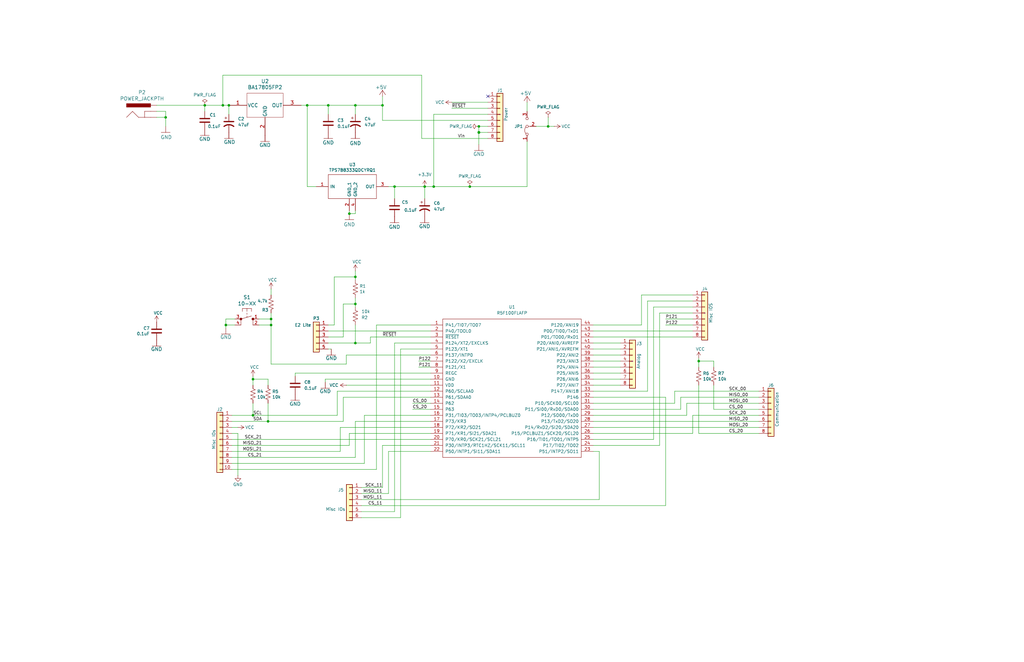
<source format=kicad_sch>
(kicad_sch (version 20231120) (generator "eeschema") (generator_version "8.0")
  (paper "B")
  (title_block (date "2025-01-17"))
  (lib_symbols
    (symbol "Connector_Generic:Conn_01x05" (pin_names (offset 1.016) hide)
      (property "Reference" "J" (at 0 7.62 0))
      (property "Value" "Conn_01x05" (at 0 -7.62 0))
      (symbol "Conn_01x05_1_1"
        (rectangle (start -1.27 -4.953) (end 0 -5.207) (stroke (width 0.1524)))
        (rectangle (start -1.27 -2.413) (end 0 -2.667) (stroke (width 0.1524)))
        (rectangle (start -1.27 0.127) (end 0 -0.127) (stroke (width 0.1524)))
        (rectangle (start -1.27 2.667) (end 0 2.413) (stroke (width 0.1524)))
        (rectangle (start -1.27 5.207) (end 0 4.953) (stroke (width 0.1524)))
        (rectangle (start -1.27 6.35) (end 1.27 -6.35) (stroke (width 0.254)) (fill (type background)))
        (pin passive line (at -5.08 5.08 0) (length 3.81) (name "Pin_1") (number "1"))
        (pin passive line (at -5.08 2.54 0) (length 3.81) (name "Pin_2") (number "2"))
        (pin passive line (at -5.08 0 0) (length 3.81) (name "Pin_3") (number "3"))
        (pin passive line (at -5.08 -2.54 0) (length 3.81) (name "Pin_4") (number "4"))
        (pin passive line (at -5.08 -5.08 0) (length 3.81) (name "Pin_5") (number "5"))
      )
    )
    (symbol "Connector_Generic:Conn_01x06" (pin_names (offset 1.016) hide)
      (property "Reference" "J" (at 0 7.62 0))
      (property "Value" "Conn_01x06" (at 0 -10.16 0))
      (symbol "Conn_01x06_1_1"
        (rectangle (start -1.27 -7.493) (end 0 -7.747) (stroke (width 0.1524)))
        (rectangle (start -1.27 -4.953) (end 0 -5.207) (stroke (width 0.1524)))
        (rectangle (start -1.27 -2.413) (end 0 -2.667) (stroke (width 0.1524)))
        (rectangle (start -1.27 0.127) (end 0 -0.127) (stroke (width 0.1524)))
        (rectangle (start -1.27 2.667) (end 0 2.413) (stroke (width 0.1524)))
        (rectangle (start -1.27 5.207) (end 0 4.953) (stroke (width 0.1524)))
        (rectangle (start -1.27 6.35) (end 1.27 -8.89) (stroke (width 0.254)) (fill (type background)))
        (pin passive line (at -5.08 5.08 0) (length 3.81) (name "Pin_1") (number "1"))
        (pin passive line (at -5.08 2.54 0) (length 3.81) (name "Pin_2") (number "2"))
        (pin passive line (at -5.08 0 0) (length 3.81) (name "Pin_3") (number "3"))
        (pin passive line (at -5.08 -2.54 0) (length 3.81) (name "Pin_4") (number "4"))
        (pin passive line (at -5.08 -5.08 0) (length 3.81) (name "Pin_5") (number "5"))
        (pin passive line (at -5.08 -7.62 0) (length 3.81) (name "Pin_6") (number "6"))
      )
    )
    (symbol "Connector_Generic:Conn_01x08" (pin_names (offset 1.016) hide)
      (property "Reference" "J" (at 0 10.16 0))
      (property "Value" "Conn_01x08" (at 0 -12.7 0))
      (symbol "Conn_01x08_1_1"
        (rectangle (start -1.27 -10.033) (end 0 -10.287) (stroke (width 0.1524)))
        (rectangle (start -1.27 -7.493) (end 0 -7.747) (stroke (width 0.1524)))
        (rectangle (start -1.27 -4.953) (end 0 -5.207) (stroke (width 0.1524)))
        (rectangle (start -1.27 -2.413) (end 0 -2.667) (stroke (width 0.1524)))
        (rectangle (start -1.27 0.127) (end 0 -0.127) (stroke (width 0.1524)))
        (rectangle (start -1.27 2.667) (end 0 2.413) (stroke (width 0.1524)))
        (rectangle (start -1.27 5.207) (end 0 4.953) (stroke (width 0.1524)))
        (rectangle (start -1.27 7.747) (end 0 7.493) (stroke (width 0.1524)))
        (rectangle (start -1.27 8.89) (end 1.27 -11.43) (stroke (width 0.254)) (fill (type background)))
        (pin passive line (at -5.08 7.62 0) (length 3.81) (name "Pin_1") (number "1"))
        (pin passive line (at -5.08 5.08 0) (length 3.81) (name "Pin_2") (number "2"))
        (pin passive line (at -5.08 2.54 0) (length 3.81) (name "Pin_3") (number "3"))
        (pin passive line (at -5.08 0 0) (length 3.81) (name "Pin_4") (number "4"))
        (pin passive line (at -5.08 -2.54 0) (length 3.81) (name "Pin_5") (number "5"))
        (pin passive line (at -5.08 -5.08 0) (length 3.81) (name "Pin_6") (number "6"))
        (pin passive line (at -5.08 -7.62 0) (length 3.81) (name "Pin_7") (number "7"))
        (pin passive line (at -5.08 -10.16 0) (length 3.81) (name "Pin_8") (number "8"))
      )
    )
    (symbol "Connector_Generic:Conn_01x10" (pin_names (offset 1.016) hide)
      (property "Reference" "J" (at 0 12.7 0))
      (property "Value" "Conn_01x10" (at 0 -15.24 0))
      (symbol "Conn_01x10_1_1"
        (rectangle (start -1.27 -12.573) (end 0 -12.827) (stroke (width 0.1524)))
        (rectangle (start -1.27 -10.033) (end 0 -10.287) (stroke (width 0.1524)))
        (rectangle (start -1.27 -7.493) (end 0 -7.747) (stroke (width 0.1524)))
        (rectangle (start -1.27 -4.953) (end 0 -5.207) (stroke (width 0.1524)))
        (rectangle (start -1.27 -2.413) (end 0 -2.667) (stroke (width 0.1524)))
        (rectangle (start -1.27 0.127) (end 0 -0.127) (stroke (width 0.1524)))
        (rectangle (start -1.27 2.667) (end 0 2.413) (stroke (width 0.1524)))
        (rectangle (start -1.27 5.207) (end 0 4.953) (stroke (width 0.1524)))
        (rectangle (start -1.27 7.747) (end 0 7.493) (stroke (width 0.1524)))
        (rectangle (start -1.27 10.287) (end 0 10.033) (stroke (width 0.1524)))
        (rectangle (start -1.27 11.43) (end 1.27 -13.97) (stroke (width 0.254)) (fill (type background)))
        (pin passive line (at -5.08 10.16 0) (length 3.81) (name "Pin_1") (number "1"))
        (pin passive line (at -5.08 -12.7 0) (length 3.81) (name "Pin_10") (number "10"))
        (pin passive line (at -5.08 7.62 0) (length 3.81) (name "Pin_2") (number "2"))
        (pin passive line (at -5.08 5.08 0) (length 3.81) (name "Pin_3") (number "3"))
        (pin passive line (at -5.08 2.54 0) (length 3.81) (name "Pin_4") (number "4"))
        (pin passive line (at -5.08 0 0) (length 3.81) (name "Pin_5") (number "5"))
        (pin passive line (at -5.08 -2.54 0) (length 3.81) (name "Pin_6") (number "6"))
        (pin passive line (at -5.08 -5.08 0) (length 3.81) (name "Pin_7") (number "7"))
        (pin passive line (at -5.08 -7.62 0) (length 3.81) (name "Pin_8") (number "8"))
        (pin passive line (at -5.08 -10.16 0) (length 3.81) (name "Pin_9") (number "9"))
      )
    )
    (symbol "Device:C" (pin_numbers hide) (pin_names (offset 0.254))
      (property "Reference" "C" (at 0.635 2.54 0))
      (property "Value" "C" (at 0.635 -2.54 0))
      (symbol "C_0_1"
        (polyline (pts (xy -2.032 -0.762) (xy 2.032 -0.762)) (stroke (width 0.508)))
        (polyline (pts (xy -2.032 0.762) (xy 2.032 0.762)) (stroke (width 0.508)))
      )
      (symbol "C_1_1"
        (pin passive line (at 0 3.81 270) (length 2.794) (name "~") (number "1"))
        (pin passive line (at 0 -3.81 90) (length 2.794) (name "~") (number "2"))
      )
    )
    (symbol "Device:C_Polarized_US" (pin_numbers hide) (pin_names (offset 0.254) hide)
      (property "Reference" "C" (at 0.635 2.54 0))
      (property "Value" "C_Polarized_US" (at 0.635 -2.54 0))
      (symbol "C_Polarized_US_0_1"
        (polyline (pts (xy -2.032 0.762) (xy 2.032 0.762)) (stroke (width 0.508)))
        (polyline (pts (xy -1.778 2.286) (xy -0.762 2.286)))
        (polyline (pts (xy -1.27 1.778) (xy -1.27 2.794)))
        (arc (start 2.032 -1.27) (mid 0 -0.5572) (end -2.032 -1.27) (stroke (width 0.508)))
      )
      (symbol "C_Polarized_US_1_1"
        (pin passive line (at 0 3.81 270) (length 2.794) (name "~") (number "1"))
        (pin passive line (at 0 -3.81 90) (length 3.302) (name "~") (number "2"))
      )
    )
    (symbol "Device:R_US" (pin_numbers hide) (pin_names (offset 0))
      (property "Reference" "R" (at 2.54 0 90))
      (property "Value" "R_US" (at -2.54 0 90))
      (symbol "R_US_0_1"
        (polyline (pts (xy 0 -2.286) (xy 0 -2.54)))
        (polyline (pts (xy 0 2.286) (xy 0 2.54)))
        (polyline (pts (xy 0 -0.762) (xy 1.016 -1.143) (xy 0 -1.524) (xy -1.016 -1.905) (xy 0 -2.286)))
        (polyline (pts (xy 0 0.762) (xy 1.016 0.381) (xy 0 0) (xy -1.016 -0.381) (xy 0 -0.762)))
        (polyline (pts (xy 0 2.286) (xy 1.016 1.905) (xy 0 1.524) (xy -1.016 1.143) (xy 0 0.762)))
      )
      (symbol "R_US_1_1"
        (pin passive line (at 0 3.81 270) (length 1.27) (name "~") (number "1"))
        (pin passive line (at 0 -3.81 90) (length 1.27) (name "~") (number "2"))
      )
    )
    (symbol "Jumper:Jumper_3_Bridged12" (pin_names (offset 0) hide) (exclude_from_sim yes) (in_bom no)
      (property "Reference" "JP" (at -2.54 -2.54 0))
      (property "Value" "Jumper_3_Bridged12" (at 0 2.794 0))
      (symbol "Jumper_3_Bridged12_0_0"
        (circle (center -3.302 0) (radius 0.508))
        (circle (center 0 0) (radius 0.508))
        (circle (center 3.302 0) (radius 0.508))
      )
      (symbol "Jumper_3_Bridged12_0_1"
        (arc (start -0.254 0.508) (mid -1.651 0.9912) (end -3.048 0.508))
        (polyline (pts (xy 0 -1.27) (xy 0 -0.508)))
      )
      (symbol "Jumper_3_Bridged12_1_1"
        (pin passive line (at -6.35 0 0) (length 2.54) (name "A") (number "1"))
        (pin passive line (at 0 -3.81 90) (length 2.54) (name "C") (number "2"))
        (pin passive line (at 6.35 0 180) (length 2.54) (name "B") (number "3"))
      )
    )
    (symbol "catu:+5V" (power) (pin_names (offset 1.016))
      (property "Value" "+5V" (at -2.54 -5.08 90))
      (symbol "+5V_1_0"
        (polyline (pts (xy 0 0) (xy -1.27 -1.905)))
        (polyline (pts (xy 1.27 -1.905) (xy 0 0)))
        (pin power_in line (at 0 -2.54 90) (length 2.54) (name "+5V") (number "1"))
      )
    )
    (symbol "catu:10-XX" (pin_names (offset 1.016))
      (property "Reference" "S" (at -6.35 -2.54 90))
      (property "Value" "10-XX" (at -3.81 3.175 90))
      (symbol "10-XX_1_0"
        (circle (center 0 -2.54) (radius 0.127) (stroke (width 0.4064)))
        (polyline (pts (xy -4.445 -1.905) (xy -3.175 -1.905)))
        (polyline (pts (xy -4.445 0) (xy -4.445 -1.905)))
        (polyline (pts (xy -4.445 0) (xy -3.175 0)))
        (polyline (pts (xy -4.445 1.905) (xy -4.445 0)))
        (polyline (pts (xy -4.445 1.905) (xy -3.175 1.905)))
        (polyline (pts (xy -2.54 0) (xy -1.905 0)))
        (polyline (pts (xy -1.27 0) (xy -0.635 0)))
        (polyline (pts (xy 0 -2.54) (xy -1.27 1.905)))
        (polyline (pts (xy 0 1.905) (xy 0 2.54)))
        (polyline (pts (xy 2.54 -2.54) (xy 0 -2.54)))
        (polyline (pts (xy 2.54 2.54) (xy 0 2.54)))
        (circle (center 0 2.54) (radius 0.127) (stroke (width 0.4064)))
        (pin passive line (at 0 5.08 270) (length 2.54) (name "S") (number "1"))
        (pin passive line (at 2.54 5.08 270) (length 2.54) (name "S1") (number "2"))
        (pin passive line (at 0 -5.08 90) (length 2.54) (name "P") (number "3"))
        (pin passive line (at 2.54 -5.08 90) (length 2.54) (name "P1") (number "4"))
      )
    )
    (symbol "catu:BA17805FP2" (pin_names (offset 0.254))
      (property "Reference" "U" (at 13.97 11.43 0))
      (property "Value" "BA17805FP2" (at 13.97 8.89 0))
      (symbol "BA17805FP2_1_1"
        (polyline (pts (xy 7.62 -5.08) (xy 22.86 -5.08)) (stroke (width 0.127)))
        (polyline (pts (xy 7.62 5.08) (xy 7.62 -5.08)) (stroke (width 0.127)))
        (polyline (pts (xy 22.86 -5.08) (xy 22.86 5.08)) (stroke (width 0.127)))
        (polyline (pts (xy 22.86 5.08) (xy 7.62 5.08)) (stroke (width 0.127)))
        (pin power_in line (at 0 0 0) (length 7.62) (name "VCC") (number "1"))
        (pin power_in line (at 15.24 -12.7 90) (length 7.62) (name "GND") (number "2"))
        (pin power_out line (at 30.48 0 180) (length 7.62) (name "OUT") (number "3"))
      )
    )
    (symbol "catu:GND" (power) (pin_names (offset 1.016))
      (property "Value" "GND" (at -2.54 -2.54 0))
      (symbol "GND_1_0"
        (polyline (pts (xy -1.905 0) (xy 1.905 0)))
        (pin power_in line (at 0 2.54 270) (length 2.54) (name "GND") (number "1"))
      )
    )
    (symbol "catu:POWER_JACKPTH" (pin_names (offset 1.016))
      (property "Reference" "J" (at -10.16 0 0))
      (property "Value" "POWER_JACKPTH" (at -10.16 10.16 0))
      (symbol "POWER_JACKPTH_1_0"
        (rectangle (start -10.16 6.858) (end 0 8.382) (fill (type outline)))
        (polyline (pts (xy -10.16 2.54) (xy -7.62 5.08)))
        (polyline (pts (xy -7.62 5.08) (xy -5.08 2.54)))
        (polyline (pts (xy -5.08 2.54) (xy -2.54 2.54)))
        (polyline (pts (xy -2.54 2.54) (xy -2.54 5.08)))
        (polyline (pts (xy -2.54 2.54) (xy 0 2.54)))
        (polyline (pts (xy -2.54 5.08) (xy 0 5.08)))
        (pin passive line (at 2.54 2.54 180) (length 2.54) (name "GND") (number "GND"))
        (pin passive line (at 2.54 5.08 180) (length 2.54) (name "GNDBREAK") (number "GNDBREAK"))
        (pin passive line (at 2.54 7.62 180) (length 2.54) (name "PWR") (number "PWR"))
      )
    )
    (symbol "catu:R5F100FLAFP" (pin_names (offset 1.016))
      (property "Reference" "U" (at 15.875 29.845 0))
      (property "Value" "R5F100FLAFP" (at 1.905 29.845 0))
      (symbol "R5F100FLAFP_1_1"
        (polyline (pts (xy -29.21 27.94) (xy 29.21 27.94) (xy 29.21 -30.48) (xy -29.21 -30.48) (xy -29.21 27.94)) (stroke (width 0.1524)))
        (pin passive line (at -34.29 25.4 0) (length 5.08) (name "P41/TI07/TO07") (number "1"))
        (pin power_in line (at -34.29 2.54 0) (length 5.08) (name "GND") (number "10"))
        (pin power_in line (at -34.29 0 0) (length 5.08) (name "VDD") (number "11"))
        (pin passive line (at -34.29 -2.54 0) (length 5.08) (name "P60/SCLAA0") (number "12"))
        (pin passive line (at -34.29 -5.08 0) (length 5.08) (name "P61/SDAA0") (number "13"))
        (pin passive line (at -34.29 -7.62 0) (length 5.08) (name "P62") (number "14"))
        (pin passive line (at -34.29 -10.16 0) (length 5.08) (name "P63") (number "15"))
        (pin passive line (at -34.29 -12.7 0) (length 5.08) (name "P31/TI03/TO03/INTP4/PCLBUZ0") (number "16"))
        (pin passive line (at -34.29 -15.24 0) (length 5.08) (name "P73/KR3") (number "17"))
        (pin passive line (at -34.29 -17.78 0) (length 5.08) (name "P72/KR2/SO21") (number "18"))
        (pin passive line (at -34.29 -20.32 0) (length 5.08) (name "P71/KR1/SI21/SDA21") (number "19"))
        (pin passive line (at -34.29 22.86 0) (length 5.08) (name "P40/TOOL0") (number "2"))
        (pin passive line (at -34.29 -22.86 0) (length 5.08) (name "P70/KR0/SCK21/SCL21") (number "20"))
        (pin passive line (at -34.29 -25.4 0) (length 5.08) (name "P30/INTP3/RTC1HZ/SCK11/SCL11") (number "21"))
        (pin passive line (at -34.29 -27.94 0) (length 5.08) (name "P50/INTP1/SI11/SDA11") (number "22"))
        (pin passive line (at 34.29 -27.94 180) (length 5.08) (name "P51/INTP2/SO11") (number "23"))
        (pin passive line (at 34.29 -25.4 180) (length 5.08) (name "P17/TI02/TO02") (number "24"))
        (pin passive line (at 34.29 -22.86 180) (length 5.08) (name "P16/TI01/TO01/INTP5") (number "25"))
        (pin passive line (at 34.29 -20.32 180) (length 5.08) (name "P15/PCLBUZ1/SCK20/SCL20") (number "26"))
        (pin passive line (at 34.29 -17.78 180) (length 5.08) (name "P14/RxD2/SI20/SDA20") (number "27"))
        (pin passive line (at 34.29 -15.24 180) (length 5.08) (name "P13/TxD2/SO20") (number "28"))
        (pin passive line (at 34.29 -12.7 180) (length 5.08) (name "P12/SO00/TxD0") (number "29"))
        (pin passive line (at -34.29 20.32 0) (length 5.08) (name "~{RESET}") (number "3"))
        (pin passive line (at 34.29 -10.16 180) (length 5.08) (name "P11/SI00/RxD0/SDA00") (number "30"))
        (pin passive line (at 34.29 -7.62 180) (length 5.08) (name "P10/SCK00/SCL00") (number "31"))
        (pin passive line (at 34.29 -5.08 180) (length 5.08) (name "P146") (number "32"))
        (pin passive line (at 34.29 -2.54 180) (length 5.08) (name "P147/ANI18") (number "33"))
        (pin passive line (at 34.29 0 180) (length 5.08) (name "P27/ANI7") (number "34"))
        (pin passive line (at 34.29 2.54 180) (length 5.08) (name "P26/ANI6") (number "35"))
        (pin passive line (at 34.29 5.08 180) (length 5.08) (name "P25/ANI5") (number "36"))
        (pin passive line (at 34.29 7.62 180) (length 5.08) (name "P24/ANI4") (number "37"))
        (pin passive line (at 34.29 10.16 180) (length 5.08) (name "P23/ANI3") (number "38"))
        (pin passive line (at 34.29 12.7 180) (length 5.08) (name "P22/ANI2") (number "39"))
        (pin input line (at -34.29 17.78 0) (length 5.08) (name "P124/XT2/EXCLKS") (number "4"))
        (pin passive line (at 34.29 15.24 180) (length 5.08) (name "P21/ANI1/AVREFM") (number "40"))
        (pin passive line (at 34.29 17.78 180) (length 5.08) (name "P20/ANI0/AVREFP") (number "41"))
        (pin passive line (at 34.29 20.32 180) (length 5.08) (name "P01/TO00/RxD1") (number "42"))
        (pin passive line (at 34.29 22.86 180) (length 5.08) (name "P00/TI00/TxD1") (number "43"))
        (pin passive line (at 34.29 25.4 180) (length 5.08) (name "P120/ANI19") (number "44"))
        (pin input line (at -34.29 15.24 0) (length 5.08) (name "P123/XT1") (number "5"))
        (pin input line (at -34.29 12.7 0) (length 5.08) (name "P137/INTP0") (number "6"))
        (pin input line (at -34.29 10.16 0) (length 5.08) (name "P122/X2/EXCLK") (number "7"))
        (pin input line (at -34.29 7.62 0) (length 5.08) (name "P121/X1") (number "8"))
        (pin passive line (at -34.29 5.08 0) (length 5.08) (name "REGC") (number "9"))
      )
    )
    (symbol "catu:TPS7B8333QDCYRQ1" (pin_names (offset 0.762))
      (property "Reference" "IC" (at 8.89 7.62 0))
      (property "Value" "TPS7B8333QDCYRQ1" (at 5.08 5.715 0))
      (symbol "TPS7B8333QDCYRQ1_0_0"
        (pin passive line (at 0 -2.54 0) (length 5.08) (name "IN") (number "1"))
        (pin passive line (at 13.97 -12.7 90) (length 5.08) (name "GND_1") (number "2"))
        (pin passive line (at 30.48 -2.54 180) (length 5.08) (name "OUT") (number "3"))
        (pin passive line (at 16.51 -12.7 90) (length 5.08) (name "GND_2") (number "4"))
      )
      (symbol "TPS7B8333QDCYRQ1_0_1"
        (polyline (pts (xy 5.08 2.54) (xy 25.4 2.54) (xy 25.4 -7.62) (xy 5.08 -7.62) (xy 5.08 2.54)) (stroke (width 0.1524)))
      )
    )
    (symbol "power:+3.3V" (power) (pin_numbers hide) (pin_names (offset 0) hide)
      (property "Value" "+3.3V" (at 0 3.556 0))
      (symbol "+3.3V_0_1"
        (polyline (pts (xy -0.762 1.27) (xy 0 2.54)))
        (polyline (pts (xy 0 0) (xy 0 2.54)))
        (polyline (pts (xy 0 2.54) (xy 0.762 1.27)))
      )
      (symbol "+3.3V_1_1"
        (pin power_in line (at 0 0 90) (length 0) (name "~") (number "1"))
      )
    )
    (symbol "power:GND" (power) (pin_numbers hide) (pin_names (offset 0) hide)
      (property "Value" "GND" (at 0 -3.81 0))
      (symbol "GND_0_1"
        (polyline (pts (xy 0 0) (xy 0 -1.27) (xy 1.27 -1.27) (xy 0 -2.54) (xy -1.27 -1.27) (xy 0 -1.27)))
      )
      (symbol "GND_1_1"
        (pin power_in line (at 0 0 270) (length 0) (name "~") (number "1"))
      )
    )
    (symbol "power:PWR_FLAG" (power) (pin_numbers hide) (pin_names (offset 0) hide)
      (property "Value" "PWR_FLAG" (at 0 3.81 0))
      (symbol "PWR_FLAG_0_0"
        (pin power_out line (at 0 0 90) (length 0) (name "~") (number "1"))
      )
      (symbol "PWR_FLAG_0_1"
        (polyline (pts (xy 0 0) (xy 0 1.27) (xy -1.016 1.905) (xy 0 2.54) (xy 1.016 1.905) (xy 0 1.27)))
      )
    )
    (symbol "power:VCC" (power) (pin_numbers hide) (pin_names (offset 0) hide)
      (property "Value" "VCC" (at 0 3.556 0))
      (symbol "VCC_0_1"
        (polyline (pts (xy -0.762 1.27) (xy 0 2.54)))
        (polyline (pts (xy 0 0) (xy 0 2.54)))
        (polyline (pts (xy 0 2.54) (xy 0.762 1.27)))
      )
      (symbol "VCC_1_1"
        (pin power_in line (at 0 0 90) (length 0) (name "~") (number "1"))
      )
    )
  )
  (junction (at 149.86 144.78))
  (junction (at 86.36 44.45))
  (junction (at 147.32 90.17))
  (junction (at 113.03 177.8))
  (junction (at 198.12 78.74))
  (junction (at 179.07 78.74))
  (junction (at 201.93 55.88) (diameter 1.016))
  (junction (at 201.93 53.34))
  (junction (at 166.37 78.74))
  (junction (at 95.25 137.16))
  (junction (at 106.68 160.02))
  (junction (at 149.86 116.84))
  (junction (at 93.98 44.45))
  (junction (at 231.14 53.34))
  (junction (at 138.43 44.45))
  (junction (at 129.54 44.45))
  (junction (at 149.86 44.45))
  (junction (at 114.3 134.62))
  (junction (at 114.3 137.16))
  (junction (at 294.64 152.4))
  (junction (at 182.88 78.74))
  (junction (at 69.85 49.53))
  (junction (at 149.86 128.27))
  (junction (at 96.52 44.45))
  (junction (at 161.29 44.45))
  (junction (at 106.68 175.26))
  (no_connect (at 205.74 40.64))
  (wire (pts (xy 66.04 44.45) (xy 86.36 44.45)))
  (wire (pts (xy 190.5 45.72) (xy 205.74 45.72)))
  (wire (pts (xy 95.25 134.62) (xy 99.06 134.62)))
  (wire (pts (xy 173.99 170.18) (xy 181.61 170.18)))
  (wire (pts (xy 139.7 147.32) (xy 138.43 147.32)))
  (wire (pts (xy 294.64 162.56) (xy 294.64 182.88)))
  (wire (pts (xy 97.79 193.04) (xy 149.86 193.04)))
  (wire (pts (xy 250.19 187.96) (xy 278.13 187.96)))
  (wire (pts (xy 152.4 205.74) (xy 161.29 205.74)))
  (wire (pts (xy 250.19 182.88) (xy 292.1 182.88)))
  (wire (pts (xy 69.85 49.53) (xy 69.85 53.34)))
  (wire (pts (xy 261.62 149.86) (xy 250.19 149.86)))
  (wire (pts (xy 261.62 152.4) (xy 250.19 152.4)))
  (wire (pts (xy 198.12 78.74) (xy 222.25 78.74)))
  (wire (pts (xy 250.19 137.16) (xy 270.51 137.16)))
  (wire (pts (xy 146.05 162.56) (xy 181.61 162.56)))
  (wire (pts (xy 142.24 175.26) (xy 142.24 165.1)))
  (wire (pts (xy 149.86 144.78) (xy 156.21 144.78)))
  (wire (pts (xy 250.19 177.8) (xy 320.04 177.8)))
  (wire (pts (xy 250.19 139.7) (xy 292.1 139.7)))
  (wire (pts (xy 163.83 208.28) (xy 163.83 190.5)))
  (wire (pts (xy 222.25 43.18) (xy 222.25 46.99)))
  (wire (pts (xy 287.02 167.64) (xy 320.04 167.64)))
  (wire (pts (xy 168.91 147.32) (xy 181.61 147.32)))
  (wire (pts (xy 292.1 182.88) (xy 292.1 175.26)))
  (wire (pts (xy 69.85 46.99) (xy 69.85 49.53)))
  (wire (pts (xy 144.78 142.24) (xy 144.78 128.27)))
  (wire (pts (xy 177.8 31.75) (xy 177.8 58.42)))
  (wire (pts (xy 250.19 185.42) (xy 275.59 185.42)))
  (wire (pts (xy 146.05 149.86) (xy 181.61 149.86)))
  (wire (pts (xy 129.54 78.74) (xy 129.54 44.45)))
  (wire (pts (xy 275.59 129.54) (xy 292.1 129.54)))
  (wire (pts (xy 278.13 132.08) (xy 292.1 132.08)))
  (wire (pts (xy 250.19 180.34) (xy 320.04 180.34)))
  (wire (pts (xy 261.62 160.02) (xy 250.19 160.02)))
  (wire (pts (xy 280.67 137.16) (xy 292.1 137.16)))
  (wire (pts (xy 166.37 215.9) (xy 166.37 144.78)))
  (wire (pts (xy 179.07 83.82) (xy 179.07 78.74)))
  (wire (pts (xy 140.97 116.84) (xy 140.97 137.16)))
  (wire (pts (xy 163.83 190.5) (xy 181.61 190.5)))
  (wire (pts (xy 300.99 172.72) (xy 320.04 172.72)))
  (wire (pts (xy 143.51 180.34) (xy 181.61 180.34)))
  (wire (pts (xy 106.68 160.02) (xy 113.03 160.02)))
  (wire (pts (xy 182.88 48.26) (xy 205.74 48.26)))
  (wire (pts (xy 289.56 170.18) (xy 320.04 170.18)))
  (wire (pts (xy 252.73 210.82) (xy 252.73 190.5)))
  (wire (pts (xy 300.99 152.4) (xy 300.99 154.94)))
  (wire (pts (xy 137.16 160.02) (xy 181.61 160.02)))
  (wire (pts (xy 168.91 218.44) (xy 168.91 147.32)))
  (wire (pts (xy 138.43 44.45) (xy 149.86 44.45)))
  (wire (pts (xy 273.05 165.1) (xy 273.05 127)))
  (wire (pts (xy 66.04 49.53) (xy 69.85 49.53)))
  (wire (pts (xy 161.29 50.8) (xy 205.74 50.8)))
  (wire (pts (xy 97.79 187.96) (xy 147.32 187.96)))
  (wire (pts (xy 124.46 157.48) (xy 181.61 157.48)))
  (wire (pts (xy 114.3 132.08) (xy 114.3 134.62)))
  (wire (pts (xy 106.68 170.18) (xy 106.68 175.26)))
  (wire (pts (xy 97.79 195.58) (xy 153.67 195.58)))
  (wire (pts (xy 106.68 160.02) (xy 106.68 162.56)))
  (wire (pts (xy 114.3 153.67) (xy 146.05 153.67)))
  (wire (pts (xy 275.59 185.42) (xy 275.59 129.54)))
  (wire (pts (xy 270.51 124.46) (xy 292.1 124.46)))
  (wire (pts (xy 149.86 177.8) (xy 181.61 177.8)))
  (wire (pts (xy 179.07 78.74) (xy 182.88 78.74)))
  (wire (pts (xy 114.3 137.16) (xy 114.3 153.67)))
  (wire (pts (xy 250.19 172.72) (xy 287.02 172.72)))
  (wire (pts (xy 231.14 49.53) (xy 231.14 53.34)))
  (wire (pts (xy 182.88 78.74) (xy 198.12 78.74)))
  (wire (pts (xy 201.93 53.34) (xy 201.93 55.88)))
  (wire (pts (xy 250.19 165.1) (xy 273.05 165.1)))
  (wire (pts (xy 109.22 134.62) (xy 114.3 134.62)))
  (wire (pts (xy 250.19 175.26) (xy 289.56 175.26)))
  (wire (pts (xy 153.67 195.58) (xy 153.67 175.26)))
  (wire (pts (xy 300.99 162.56) (xy 300.99 172.72)))
  (wire (pts (xy 152.4 208.28) (xy 163.83 208.28)))
  (wire (pts (xy 149.86 116.84) (xy 149.86 118.11)))
  (wire (pts (xy 182.88 48.26) (xy 182.88 78.74)))
  (wire (pts (xy 106.68 158.75) (xy 106.68 160.02)))
  (wire (pts (xy 153.67 175.26) (xy 181.61 175.26)))
  (wire (pts (xy 294.64 152.4) (xy 294.64 154.94)))
  (wire (pts (xy 149.86 90.17) (xy 149.86 88.9)))
  (wire (pts (xy 280.67 213.36) (xy 280.67 167.64)))
  (wire (pts (xy 287.02 172.72) (xy 287.02 167.64)))
  (wire (pts (xy 205.74 55.88) (xy 201.93 55.88)))
  (wire (pts (xy 177.8 58.42) (xy 205.74 58.42)))
  (wire (pts (xy 100.33 182.88) (xy 100.33 200.66)))
  (wire (pts (xy 97.79 175.26) (xy 106.68 175.26)))
  (wire (pts (xy 273.05 127) (xy 292.1 127)))
  (wire (pts (xy 127 44.45) (xy 129.54 44.45)))
  (wire (pts (xy 138.43 144.78) (xy 149.86 144.78)))
  (wire (pts (xy 161.29 50.8) (xy 161.29 44.45)))
  (wire (pts (xy 97.79 180.34) (xy 100.33 180.34)))
  (wire (pts (xy 109.22 137.16) (xy 114.3 137.16)))
  (wire (pts (xy 97.79 177.8) (xy 113.03 177.8)))
  (wire (pts (xy 66.04 46.99) (xy 69.85 46.99)))
  (wire (pts (xy 149.86 114.3) (xy 149.86 116.84)))
  (wire (pts (xy 137.16 160.02) (xy 137.16 161.29)))
  (wire (pts (xy 280.67 134.62) (xy 292.1 134.62)))
  (wire (pts (xy 152.4 213.36) (xy 280.67 213.36)))
  (wire (pts (xy 149.86 48.26) (xy 149.86 44.45)))
  (wire (pts (xy 138.43 139.7) (xy 181.61 139.7)))
  (wire (pts (xy 261.62 147.32) (xy 250.19 147.32)))
  (wire (pts (xy 176.53 152.4) (xy 181.61 152.4)))
  (wire (pts (xy 284.48 165.1) (xy 320.04 165.1)))
  (wire (pts (xy 201.93 55.88) (xy 201.93 60.96)))
  (wire (pts (xy 133.35 78.74) (xy 129.54 78.74)))
  (wire (pts (xy 231.14 53.34) (xy 226.06 53.34)))
  (wire (pts (xy 294.64 151.13) (xy 294.64 152.4)))
  (wire (pts (xy 294.64 182.88) (xy 320.04 182.88)))
  (wire (pts (xy 252.73 190.5) (xy 250.19 190.5)))
  (wire (pts (xy 138.43 48.26) (xy 138.43 44.45)))
  (wire (pts (xy 144.78 128.27) (xy 149.86 128.27)))
  (wire (pts (xy 261.62 162.56) (xy 250.19 162.56)))
  (wire (pts (xy 261.62 144.78) (xy 250.19 144.78)))
  (wire (pts (xy 163.83 78.74) (xy 166.37 78.74)))
  (wire (pts (xy 250.19 170.18) (xy 284.48 170.18)))
  (wire (pts (xy 144.78 167.64) (xy 181.61 167.64)))
  (wire (pts (xy 95.25 137.16) (xy 95.25 138.43)))
  (wire (pts (xy 95.25 134.62) (xy 95.25 137.16)))
  (wire (pts (xy 149.86 128.27) (xy 149.86 129.54)))
  (wire (pts (xy 147.32 182.88) (xy 147.32 187.96)))
  (wire (pts (xy 86.36 44.45) (xy 93.98 44.45)))
  (wire (pts (xy 166.37 83.82) (xy 166.37 78.74)))
  (wire (pts (xy 161.29 40.64) (xy 161.29 44.45)))
  (wire (pts (xy 97.79 185.42) (xy 181.61 185.42)))
  (wire (pts (xy 86.36 44.45) (xy 86.36 46.99)))
  (wire (pts (xy 124.46 157.48) (xy 124.46 158.75)))
  (wire (pts (xy 113.03 170.18) (xy 113.03 177.8)))
  (wire (pts (xy 261.62 154.94) (xy 250.19 154.94)))
  (wire (pts (xy 97.79 182.88) (xy 100.33 182.88)))
  (wire (pts (xy 114.3 121.92) (xy 114.3 124.46)))
  (wire (pts (xy 173.99 172.72) (xy 181.61 172.72)))
  (wire (pts (xy 158.75 137.16) (xy 181.61 137.16)))
  (wire (pts (xy 149.86 44.45) (xy 161.29 44.45)))
  (wire (pts (xy 161.29 205.74) (xy 161.29 187.96)))
  (wire (pts (xy 143.51 190.5) (xy 143.51 180.34)))
  (wire (pts (xy 147.32 88.9) (xy 147.32 90.17)))
  (wire (pts (xy 166.37 144.78) (xy 181.61 144.78)))
  (wire (pts (xy 97.79 190.5) (xy 143.51 190.5)))
  (wire (pts (xy 156.21 142.24) (xy 181.61 142.24)))
  (wire (pts (xy 113.03 177.8) (xy 144.78 177.8)))
  (wire (pts (xy 114.3 137.16) (xy 114.3 134.62)))
  (wire (pts (xy 284.48 170.18) (xy 284.48 165.1)))
  (wire (pts (xy 152.4 215.9) (xy 166.37 215.9)))
  (wire (pts (xy 147.32 90.17) (xy 149.86 90.17)))
  (wire (pts (xy 93.98 44.45) (xy 96.52 44.45)))
  (wire (pts (xy 261.62 157.48) (xy 250.19 157.48)))
  (wire (pts (xy 166.37 78.74) (xy 179.07 78.74)))
  (wire (pts (xy 161.29 187.96) (xy 181.61 187.96)))
  (wire (pts (xy 292.1 175.26) (xy 320.04 175.26)))
  (wire (pts (xy 149.86 144.78) (xy 149.86 137.16)))
  (wire (pts (xy 95.25 137.16) (xy 99.06 137.16)))
  (wire (pts (xy 270.51 137.16) (xy 270.51 124.46)))
  (wire (pts (xy 93.98 44.45) (xy 93.98 31.75)))
  (wire (pts (xy 289.56 175.26) (xy 289.56 170.18)))
  (wire (pts (xy 140.97 116.84) (xy 149.86 116.84)))
  (wire (pts (xy 113.03 160.02) (xy 113.03 162.56)))
  (wire (pts (xy 138.43 142.24) (xy 144.78 142.24)))
  (wire (pts (xy 140.97 137.16) (xy 138.43 137.16)))
  (wire (pts (xy 106.68 175.26) (xy 142.24 175.26)))
  (wire (pts (xy 152.4 210.82) (xy 252.73 210.82)))
  (wire (pts (xy 278.13 187.96) (xy 278.13 132.08)))
  (wire (pts (xy 93.98 31.75) (xy 177.8 31.75)))
  (wire (pts (xy 146.05 149.86) (xy 146.05 153.67)))
  (wire (pts (xy 294.64 152.4) (xy 300.99 152.4)))
  (wire (pts (xy 205.74 53.34) (xy 201.93 53.34)))
  (wire (pts (xy 149.86 193.04) (xy 149.86 177.8)))
  (wire (pts (xy 149.86 125.73) (xy 149.86 128.27)))
  (wire (pts (xy 250.19 142.24) (xy 292.1 142.24)))
  (wire (pts (xy 152.4 218.44) (xy 168.91 218.44)))
  (wire (pts (xy 147.32 182.88) (xy 181.61 182.88)))
  (wire (pts (xy 190.5 43.18) (xy 205.74 43.18)))
  (wire (pts (xy 129.54 44.45) (xy 138.43 44.45)))
  (wire (pts (xy 233.68 53.34) (xy 231.14 53.34)))
  (wire (pts (xy 96.52 44.45) (xy 96.52 48.26)))
  (wire (pts (xy 144.78 177.8) (xy 144.78 167.64)))
  (wire (pts (xy 142.24 165.1) (xy 181.61 165.1)))
  (wire (pts (xy 176.53 154.94) (xy 181.61 154.94)))
  (wire (pts (xy 156.21 142.24) (xy 156.21 144.78)))
  (wire (pts (xy 222.25 59.69) (xy 222.25 78.74)))
  (wire (pts (xy 250.19 167.64) (xy 280.67 167.64)))
  (wire (pts (xy 158.75 198.12) (xy 158.75 137.16)))
  (wire (pts (xy 97.79 198.12) (xy 158.75 198.12)))
  (label "CS_00" (at 173.99 170.18 0))
  (label "~{RESET}" (at 161.29 142.24 0))
  (label "SCK_11" (at 161.29 205.74 180))
  (label "MISO_00" (at 307.34 167.64 0))
  (label "SCK_21" (at 110.49 185.42 180))
  (label "MISO_21" (at 110.49 187.96 180))
  (label "SCK_20" (at 307.34 175.26 0))
  (label "SCK_00" (at 307.34 165.1 0))
  (label "CS_20" (at 173.99 172.72 0))
  (label "CS_21" (at 110.49 193.04 180))
  (label "~{RESET}" (at 190.5 45.72 0))
  (label "P121" (at 176.53 154.94 0))
  (label "MISO_11" (at 161.29 208.28 180))
  (label "CS_11" (at 161.29 213.36 180))
  (label "MOSI_00" (at 307.34 170.18 0))
  (label "P121" (at 280.67 134.62 0))
  (label "SDA" (at 110.49 177.8 180))
  (label "MOSI_21" (at 110.49 190.5 180))
  (label "Vin" (at 193.04 58.42 0))
  (label "P122" (at 280.67 137.16 0))
  (label "MOSI_11" (at 161.29 210.82 180))
  (label "CS_00" (at 307.34 172.72 0))
  (label "CS_20" (at 307.34 182.88 0))
  (label "SCL" (at 110.49 175.26 180))
  (label "MISO_20" (at 307.34 177.8 0))
  (label "MOSI_20" (at 307.34 180.34 0))
  (label "P122" (at 176.53 152.4 0))
  (symbol (lib_id "Connector_Generic:Conn_01x10") (at 92.71 185.42 0) (mirror y) (unit 1)
    (property "Reference" "J2" (at 92.71 172.72 0))
    (property "Value" "Misc IOs" (at 90.17 185.42 90))
    (property "Footprint" "Connector_PinSocket_2.54mm:PinSocket_1x10_P2.54mm_Vertical" (effects (hide yes)))
    (property "Datasheet" "~" (at 92.71 185.42 0))
    (property "Description" "Generic connector, single row, 01x10, script generated (kicad-library-utils/schlib/autogen/connector/)" (effects (hide yes)))
  )
  (symbol (lib_id "power:GND") (at 100.33 200.66 0) (unit 1)
    (property "Reference" "#PWR02" (effects (hide yes)))
    (property "Value" "GND" (at 100.33 204.47 0))
    (property "Description" "Power symbol creates a global label with name \"GND\" , ground" (effects (hide yes)))
  )
  (symbol (lib_id "Connector_Generic:Conn_01x08") (at 266.7 152.4 0) (unit 1)
    (property "Reference" "J3" (at 269.494 145.034 0))
    (property "Value" "Analog" (at 269.24 152.4 90))
    (property "Footprint" "Connector_PinSocket_2.54mm:PinSocket_1x08_P2.54mm_Vertical" (effects (hide yes)))
    (property "Datasheet" "~" (at 266.7 152.4 0))
    (property "Description" "Generic connector, single row, 01x08, script generated (kicad-library-utils/schlib/autogen/connector/)" (effects (hide yes)))
  )
  (symbol (lib_id "Connector_Generic:Conn_01x08") (at 297.18 132.08 0) (unit 1)
    (property "Reference" "J4" (at 297.18 121.92 0))
    (property "Value" "Misc IOS" (at 299.72 132.08 90))
    (property "Footprint" "Connector_PinSocket_2.54mm:PinSocket_1x08_P2.54mm_Vertical" (effects (hide yes)))
    (property "Datasheet" "~" (at 297.18 132.08 0))
    (property "Description" "Generic connector, single row, 01x08, script generated (kicad-library-utils/schlib/autogen/connector/)" (effects (hide yes)))
  )
  (symbol (lib_id "Connector_Generic:Conn_01x08") (at 325.12 172.72 0) (unit 1)
    (property "Reference" "J6" (at 325.12 162.56 0))
    (property "Value" "Communication" (at 327.66 172.72 90))
    (property "Footprint" "Connector_PinSocket_2.54mm:PinSocket_1x08_P2.54mm_Vertical" (effects (hide yes)))
    (property "Datasheet" "~" (at 325.12 172.72 0))
    (property "Description" "Generic connector, single row, 01x08, script generated (kicad-library-utils/schlib/autogen/connector/)" (effects (hide yes)))
  )
  (symbol (lib_id "Device:C") (at 124.46 162.56 0) (unit 1)
    (property "Reference" "C8" (at 128.27 161.2899 0) (effects (justify left)))
    (property "Value" "0.1uF" (at 128.27 163.8299 0) (effects (justify left)))
    (property "Footprint" "Capacitor_SMD:C_0805_2012Metric_Pad1.18x1.45mm_HandSolder" (effects (hide yes)))
    (property "Description" "Unpolarized capacitor" (effects (hide yes)))
  )
  (symbol (lib_id "catu:GND") (at 138.43 58.42 0) (unit 1)
    (property "Reference" "#GND015" (effects (hide yes)))
    (property "Value" "GND" (at 138.43 60.198 0) (effects (font (size 1.4986 1.4986))))
  )
  (symbol (lib_id "Device:R_US") (at 113.03 166.37 0) (unit 1)
    (property "Reference" "R5" (at 114.7572 165.2016 0) (effects (justify left)))
    (property "Value" "10k" (at 114.7572 167.513 0) (effects (justify left)))
    (property "Footprint" "Resistor_SMD:R_0805_2012Metric" (effects (hide yes)))
    (property "Description" "Resistor, US symbol" (effects (hide yes)))
  )
  (symbol (lib_id "power:VCC") (at 66.04 135.89 0) (unit 1)
    (property "Reference" "#PWR01" (effects (hide yes)))
    (property "Value" "VCC" (at 64.77 132.08 0) (effects (justify left)))
    (property "Description" "Power symbol creates a global label with name \"VCC\"" (effects (hide yes)))
  )
  (symbol (lib_id "Device:R_US") (at 106.68 166.37 0) (unit 1)
    (property "Reference" "R4" (at 108.4072 165.2016 0) (effects (justify left)))
    (property "Value" "10k" (at 108.4072 167.513 0) (effects (justify left)))
    (property "Footprint" "Resistor_SMD:R_0805_2012Metric" (effects (hide yes)))
    (property "Description" "Resistor, US symbol" (effects (hide yes)))
  )
  (symbol (lib_id "Device:C_Polarized_US") (at 149.86 52.07 0) (unit 1)
    (property "Reference" "C4" (at 153.67 50.1649 0) (effects (justify left)))
    (property "Value" "47uF" (at 153.67 52.7049 0) (effects (justify left)))
    (property "Footprint" "Capacitor_THT:CP_Radial_D6.3mm_P2.50mm" (effects (hide yes)))
    (property "Description" "Polarized capacitor, US symbol" (effects (hide yes)))
  )
  (symbol (lib_id "power:VCC") (at 233.68 53.34 270) (unit 1)
    (property "Reference" "#PWR07" (effects (hide yes)))
    (property "Value" "VCC" (at 236.728 53.34 90) (effects (justify left)))
    (property "Description" "Power symbol creates a global label with name \"VCC\"" (effects (hide yes)))
  )
  (symbol (lib_id "Connector_Generic:Conn_01x08") (at 210.82 48.26 0) (unit 1)
    (property "Reference" "J1" (at 210.82 38.1 0))
    (property "Value" "Power" (at 213.36 48.26 90))
    (property "Footprint" "Connector_PinSocket_2.54mm:PinSocket_1x08_P2.54mm_Vertical" (effects (hide yes)))
    (property "Datasheet" "~" (at 210.82 48.26 0))
    (property "Description" "Generic connector, single row, 01x08, script generated (kicad-library-utils/schlib/autogen/connector/)" (effects (hide yes)))
  )
  (symbol (lib_id "catu:GND") (at 66.04 146.05 0) (mirror y) (unit 1)
    (property "Reference" "#GND02" (effects (hide yes)))
    (property "Value" "GND" (at 66.04 147.32 0) (effects (font (size 1.4986 1.4986))))
  )
  (symbol (lib_id "Device:R_US") (at 114.3 128.27 0) (mirror x) (unit 1)
    (property "Reference" "R3" (at 110.49 130.81 0) (effects (justify left)))
    (property "Value" "4.7k" (at 108.585 127 0) (effects (justify left)))
    (property "Footprint" "Resistor_SMD:R_0805_2012Metric_Pad1.20x1.40mm_HandSolder" (effects (hide yes)))
    (property "Description" "Resistor, US symbol" (effects (hide yes)))
  )
  (symbol (lib_id "power:VCC") (at 100.33 180.34 270) (unit 1)
    (property "Reference" "#PWR08" (effects (hide yes)))
    (property "Value" "VCC" (at 103.378 180.34 90) (effects (justify left)))
    (property "Description" "Power symbol creates a global label with name \"VCC\"" (effects (hide yes)))
  )
  (symbol (lib_id "power:VCC") (at 190.5 43.18 90) (unit 1)
    (property "Reference" "#PWR06" (effects (hide yes)))
    (property "Value" "VCC" (at 187.452 43.18 90) (effects (justify left)))
    (property "Description" "Power symbol creates a global label with name \"VCC\"" (effects (hide yes)))
  )
  (symbol (lib_id "catu:TPS7B8333QDCYRQ1") (at 133.35 76.2 0) (unit 1)
    (property "Reference" "U3" (at 148.59 69.469 0))
    (property "Value" "TPS7B8333QDCYRQ1" (at 148.59 71.7804 0))
    (property "Footprint" "catu:SOT230P700X180-4N" (effects (hide yes)))
  )
  (symbol (lib_id "catu:GND") (at 137.16 163.83 0) (mirror y) (unit 1)
    (property "Reference" "#GND04" (effects (hide yes)))
    (property "Value" "GND" (at 137.16 165.1 0) (effects (font (size 1.4986 1.4986))))
  )
  (symbol (lib_id "catu:GND") (at 86.36 57.15 0) (unit 1)
    (property "Reference" "#GND012" (effects (hide yes)))
    (property "Value" "GND" (at 86.36 58.674 0) (effects (font (size 1.4986 1.4986))))
  )
  (symbol (lib_id "Device:C") (at 66.04 139.7 0) (mirror y) (unit 1)
    (property "Reference" "C7" (at 63.119 138.5316 0) (effects (justify left)))
    (property "Value" "0.1uF" (at 63.119 140.843 0) (effects (justify left)))
    (property "Footprint" "Capacitor_SMD:C_0805_2012Metric_Pad1.18x1.45mm_HandSolder" (effects (hide yes)))
    (property "Description" "Unpolarized capacitor" (effects (hide yes)))
  )
  (symbol (lib_id "catu:GND") (at 179.07 93.98 0) (unit 1)
    (property "Reference" "#GND019" (effects (hide yes)))
    (property "Value" "GND" (at 179.07 95.504 0) (effects (font (size 1.4986 1.4986))))
  )
  (symbol (lib_id "catu:GND") (at 96.52 58.42 0) (unit 1)
    (property "Reference" "#GND013" (effects (hide yes)))
    (property "Value" "GND" (at 96.774 59.944 0) (effects (font (size 1.4986 1.4986))))
  )
  (symbol (lib_id "Device:R_US") (at 300.99 158.75 0) (unit 1)
    (property "Reference" "R7" (at 302.7172 157.5816 0) (effects (justify left)))
    (property "Value" "10k" (at 302.7172 159.893 0) (effects (justify left)))
    (property "Footprint" "Resistor_SMD:R_0805_2012Metric" (effects (hide yes)))
    (property "Description" "Resistor, US symbol" (effects (hide yes)))
  )
  (symbol (lib_id "Connector_Generic:Conn_01x05") (at 133.35 142.24 0) (mirror y) (unit 1)
    (property "Reference" "P3" (at 133.35 134.366 0))
    (property "Value" "E2 Lite" (at 127.762 137.16 0))
    (property "Footprint" "Connector_PinHeader_2.54mm:PinHeader_1x05_P2.54mm_Vertical" (effects (hide yes)))
    (property "Description" "Generic connector, single row, 01x05, script generated (kicad-library-utils/schlib/autogen/connector/)" (effects (hide yes)))
  )
  (symbol (lib_id "catu:R5F100FLAFP") (at 215.9 162.56 0) (unit 1)
    (property "Reference" "U1" (at 215.9 129.54 0))
    (property "Value" "R5F100FLAFP" (at 215.9 132.08 0))
    (property "Footprint" "Package_QFP:LQFP-44_10x10mm_P0.8mm" (effects (hide yes)))
  )
  (symbol (lib_id "power:VCC") (at 294.64 151.13 0) (unit 1)
    (property "Reference" "#PWR09" (effects (hide yes)))
    (property "Value" "VCC" (at 293.37 147.32 0) (effects (justify left)))
    (property "Description" "Power symbol creates a global label with name \"VCC\"" (effects (hide yes)))
  )
  (symbol (lib_id "catu:GND") (at 69.85 55.88 0) (unit 1)
    (property "Reference" "#GND05" (effects (hide yes)))
    (property "Value" "GND" (at 70.104 57.912 0) (effects (font (size 1.4986 1.4986))))
  )
  (symbol (lib_id "Device:C_Polarized_US") (at 96.52 52.07 0) (unit 1)
    (property "Reference" "C2" (at 100.33 50.1649 0) (effects (justify left)))
    (property "Value" "47uF" (at 100.33 52.7049 0) (effects (justify left)))
    (property "Footprint" "Capacitor_THT:CP_Radial_D6.3mm_P2.50mm" (effects (hide yes)))
    (property "Description" "Polarized capacitor, US symbol" (effects (hide yes)))
  )
  (symbol (lib_id "Device:R_US") (at 149.86 121.92 0) (unit 1)
    (property "Reference" "R1" (at 151.5872 120.7516 0) (effects (justify left)))
    (property "Value" "1k" (at 151.5872 123.063 0) (effects (justify left)))
    (property "Footprint" "Resistor_SMD:R_0805_2012Metric" (effects (hide yes)))
    (property "Description" "Resistor, US symbol" (effects (hide yes)))
  )
  (symbol (lib_id "power:VCC") (at 146.05 162.56 90) (unit 1)
    (property "Reference" "#PWR04" (effects (hide yes)))
    (property "Value" "VCC" (at 142.748 162.56 90) (effects (justify left)))
    (property "Description" "Power symbol creates a global label with name \"VCC\"" (effects (hide yes)))
  )
  (symbol (lib_id "catu:GND") (at 95.25 140.97 0) (unit 1)
    (property "Reference" "#GND03" (effects (hide yes)))
    (property "Value" "GND" (at 95.25 142.24 0) (effects (font (size 1.4986 1.4986))))
  )
  (symbol (lib_id "catu:GND") (at 149.86 58.42 0) (unit 1)
    (property "Reference" "#GND017" (effects (hide yes)))
    (property "Value" "GND" (at 149.86 60.452 0) (effects (font (size 1.4986 1.4986))))
  )
  (symbol (lib_id "Device:C") (at 166.37 87.63 0) (unit 1)
    (property "Reference" "C5" (at 169.418 85.344 0) (effects (justify left)))
    (property "Value" "0.1uF" (at 170.434 88.646 0) (effects (justify left)))
    (property "Footprint" "Capacitor_SMD:C_0805_2012Metric_Pad1.18x1.45mm_HandSolder" (effects (hide yes)))
    (property "Description" "Unpolarized capacitor" (effects (hide yes)))
  )
  (symbol (lib_id "Device:C_Polarized_US") (at 179.07 87.63 0) (unit 1)
    (property "Reference" "C6" (at 182.88 85.7249 0) (effects (justify left)))
    (property "Value" "47uF" (at 182.88 88.2649 0) (effects (justify left)))
    (property "Footprint" "Capacitor_THT:CP_Radial_D6.3mm_P2.50mm" (effects (hide yes)))
    (property "Description" "Polarized capacitor, US symbol" (effects (hide yes)))
  )
  (symbol (lib_id "power:+3.3V") (at 179.07 78.74 0) (unit 1)
    (property "Reference" "#PWR05" (effects (hide yes)))
    (property "Value" "+3.3V" (at 179.07 73.66 0))
    (property "Description" "Power symbol creates a global label with name \"+3.3V\"" (effects (hide yes)))
  )
  (symbol (lib_id "power:PWR_FLAG") (at 198.12 78.74 0) (unit 1)
    (property "Reference" "#FLG05" (effects (hide yes)))
    (property "Value" "PWR_FLAG" (at 198.12 74.3458 0))
    (property "Description" "Special symbol for telling ERC where power comes from" (effects (hide yes)))
  )
  (symbol (lib_id "Device:R_US") (at 149.86 133.35 0) (unit 1)
    (property "Reference" "R2" (at 152.4 133.985 0) (effects (justify left)))
    (property "Value" "10k" (at 152.4 131.445 0) (effects (justify left)))
    (property "Footprint" "Resistor_SMD:R_0805_2012Metric" (effects (hide yes)))
    (property "Description" "Resistor, US symbol" (effects (hide yes)))
  )
  (symbol (lib_id "catu:GND") (at 147.32 92.71 0) (unit 1)
    (property "Reference" "#GND016" (effects (hide yes)))
    (property "Value" "GND" (at 147.32 94.742 0) (effects (font (size 1.4986 1.4986))))
  )
  (symbol (lib_id "power:PWR_FLAG") (at 86.36 44.45 0) (unit 1)
    (property "Reference" "#FLG01" (effects (hide yes)))
    (property "Value" "PWR_FLAG" (at 86.36 40.0558 0))
    (property "Description" "Special symbol for telling ERC where power comes from" (effects (hide yes)))
  )
  (symbol (lib_id "power:PWR_FLAG") (at 231.14 49.53 0) (unit 1)
    (property "Reference" "#FLG03" (effects (hide yes)))
    (property "Value" "PWR_FLAG" (at 231.14 45.1358 0))
    (property "Description" "Special symbol for telling ERC where power comes from" (effects (hide yes)))
  )
  (symbol (lib_id "Jumper:Jumper_3_Bridged12") (at 222.25 53.34 90) (unit 1)
    (property "Reference" "JP1" (at 220.5482 53.34 90) (effects (justify left)))
    (property "Value" "Jumper_3_Bridged12" (effects (hide yes)))
    (property "Footprint" "Connector_PinSocket_2.54mm:PinSocket_1x03_P2.54mm_Vertical" (effects (hide yes)))
    (property "Description" "Jumper, 3-pole, pins 1+2 closed/bridged" (effects (hide yes)))
  )
  (symbol (lib_id "catu:GND") (at 201.93 63.5 0) (unit 1)
    (property "Reference" "#GND020" (effects (hide yes)))
    (property "Value" "GND" (at 201.93 65.024 0) (effects (font (size 1.4986 1.4986))))
  )
  (symbol (lib_id "Device:R_US") (at 294.64 158.75 0) (unit 1)
    (property "Reference" "R6" (at 296.3672 157.5816 0) (effects (justify left)))
    (property "Value" "10k" (at 296.3672 159.893 0) (effects (justify left)))
    (property "Footprint" "Resistor_SMD:R_0805_2012Metric" (effects (hide yes)))
    (property "Description" "Resistor, US symbol" (effects (hide yes)))
  )
  (symbol (lib_id "catu:BA17805FP2") (at 96.52 44.45 0) (unit 1)
    (property "Reference" "U2" (at 111.76 34.29 0) (effects (font (size 1.524 1.524))))
    (property "Value" "BA17805FP2" (at 111.76 36.83 0) (effects (font (size 1.524 1.524))))
    (property "Footprint" "catu:BA17805FP" (effects (hide yes)))
  )
  (symbol (lib_id "Device:C") (at 138.43 52.07 0) (unit 1)
    (property "Reference" "C3" (at 142.24 50.7999 0) (effects (justify left)))
    (property "Value" "0.1uF" (at 142.24 53.3399 0) (effects (justify left)))
    (property "Footprint" "Capacitor_SMD:C_0805_2012Metric_Pad1.18x1.45mm_HandSolder" (effects (hide yes)))
    (property "Description" "Unpolarized capacitor" (effects (hide yes)))
  )
  (symbol (lib_id "power:VCC") (at 149.86 114.3 0) (unit 1)
    (property "Reference" "#PWR011" (effects (hide yes)))
    (property "Value" "VCC" (at 148.59 110.49 0) (effects (justify left)))
    (property "Description" "Power symbol creates a global label with name \"VCC\"" (effects (hide yes)))
  )
  (symbol (lib_id "power:VCC") (at 114.3 121.92 0) (unit 1)
    (property "Reference" "#PWR03" (effects (hide yes)))
    (property "Value" "VCC" (at 113.03 118.11 0) (effects (justify left)))
    (property "Description" "Power symbol creates a global label with name \"VCC\"" (effects (hide yes)))
  )
  (symbol (lib_id "Connector_Generic:Conn_01x06") (at 147.32 210.82 0) (mirror y) (unit 1)
    (property "Reference" "J5" (at 143.764 206.756 0))
    (property "Value" "Misc IOs" (at 141.478 214.884 0))
    (property "Footprint" "Connector_PinSocket_2.54mm:PinSocket_1x06_P2.54mm_Vertical" (effects (hide yes)))
    (property "Description" "Generic connector, single row, 01x06, script generated (kicad-library-utils/schlib/autogen/connector/)" (effects (hide yes)))
  )
  (symbol (lib_id "power:VCC") (at 106.68 158.75 0) (unit 1)
    (property "Reference" "#PWR010" (effects (hide yes)))
    (property "Value" "VCC" (at 105.41 154.94 0) (effects (justify left)))
    (property "Description" "Power symbol creates a global label with name \"VCC\"" (effects (hide yes)))
  )
  (symbol (lib_id "catu:GND") (at 111.76 59.69 0) (unit 1)
    (property "Reference" "#GND014" (effects (hide yes)))
    (property "Value" "GND" (at 111.76 61.214 0) (effects (font (size 1.4986 1.4986))))
  )
  (symbol (lib_id "catu:+5V") (at 222.25 40.64 0) (unit 1)
    (property "Reference" "#P+02" (effects (hide yes)))
    (property "Value" "+5V" (at 221.615 39.37 0) (effects (font (size 1.4986 1.4986))))
  )
  (symbol (lib_id "catu:10-XX") (at 104.14 134.62 270) (unit 1)
    (property "Reference" "S1" (at 104.14 125.4506 90) (effects (font (size 1.4986 1.4986))))
    (property "Value" "10-XX" (at 104.14 128.1176 90) (effects (font (size 1.4986 1.4986))))
    (property "Footprint" "catu:B3F-10XX" (effects (hide yes)))
  )
  (symbol (lib_id "Device:C") (at 86.36 50.8 0) (unit 1)
    (property "Reference" "C1" (at 88.392 48.514 0) (effects (justify left)))
    (property "Value" "0.1uF" (at 87.63 53.34 0) (effects (justify left)))
    (property "Footprint" "Capacitor_SMD:C_0805_2012Metric_Pad1.18x1.45mm_HandSolder" (effects (hide yes)))
    (property "Description" "Unpolarized capacitor" (effects (hide yes)))
  )
  (symbol (lib_id "catu:+5V") (at 161.29 38.1 0) (unit 1)
    (property "Reference" "#P+01" (effects (hide yes)))
    (property "Value" "+5V" (at 160.655 36.83 0) (effects (font (size 1.4986 1.4986))))
  )
  (symbol (lib_id "power:PWR_FLAG") (at 201.93 53.34 90) (unit 1)
    (property "Reference" "#FLG02" (effects (hide yes)))
    (property "Value" "PWR_FLAG" (at 194.31 53.34 90))
    (property "Description" "Special symbol for telling ERC where power comes from" (effects (hide yes)))
  )
  (symbol (lib_id "catu:GND") (at 139.7 149.86 0) (mirror y) (unit 1)
    (property "Reference" "#GND021" (effects (hide yes)))
    (property "Value" "GND" (at 139.7 151.13 0) (effects (font (size 1.4986 1.4986))))
  )
  (symbol (lib_id "catu:GND") (at 166.37 93.98 0) (unit 1)
    (property "Reference" "#GND018" (effects (hide yes)))
    (property "Value" "GND" (at 166.37 95.758 0) (effects (font (size 1.4986 1.4986))))
  )
  (symbol (lib_id "catu:POWER_JACKPTH") (at 63.5 52.07 0) (unit 1)
    (property "Reference" "P2" (at 59.8932 38.9636 0) (effects (font (size 1.4986 1.4986))))
    (property "Value" "POWER_JACKPTH" (at 59.8932 41.6306 0) (effects (font (size 1.4986 1.4986))))
    (property "Footprint" "catu:POWER_JACK_PTH" (effects (hide yes)))
  )
  (symbol (lib_id "catu:GND") (at 124.46 168.91 0) (unit 1)
    (property "Reference" "#GND01" (effects (hide yes)))
    (property "Value" "GND" (at 124.46 170.434 0) (effects (font (size 1.4986 1.4986))))
  )
)
</source>
